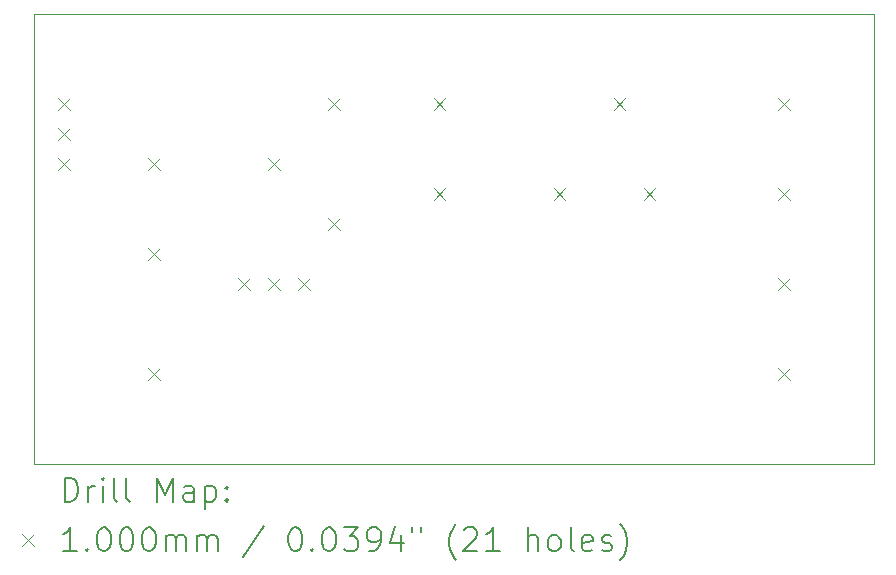
<source format=gbr>
%TF.GenerationSoftware,KiCad,Pcbnew,7.0.10*%
%TF.CreationDate,2025-06-10T16:39:54+09:00*%
%TF.ProjectId,Relay_Switch,52656c61-795f-4537-9769-7463682e6b69,rev?*%
%TF.SameCoordinates,Original*%
%TF.FileFunction,Drillmap*%
%TF.FilePolarity,Positive*%
%FSLAX45Y45*%
G04 Gerber Fmt 4.5, Leading zero omitted, Abs format (unit mm)*
G04 Created by KiCad (PCBNEW 7.0.10) date 2025-06-10 16:39:54*
%MOMM*%
%LPD*%
G01*
G04 APERTURE LIST*
%ADD10C,0.100000*%
%ADD11C,0.200000*%
G04 APERTURE END LIST*
D10*
X11684000Y-9398000D02*
X18796000Y-9398000D01*
X18796000Y-13208000D01*
X11684000Y-13208000D01*
X11684000Y-9398000D01*
D11*
D10*
X11888000Y-10110000D02*
X11988000Y-10210000D01*
X11988000Y-10110000D02*
X11888000Y-10210000D01*
X11888000Y-10364000D02*
X11988000Y-10464000D01*
X11988000Y-10364000D02*
X11888000Y-10464000D01*
X11888000Y-10618000D02*
X11988000Y-10718000D01*
X11988000Y-10618000D02*
X11888000Y-10718000D01*
X12650000Y-10618000D02*
X12750000Y-10718000D01*
X12750000Y-10618000D02*
X12650000Y-10718000D01*
X12650000Y-11380000D02*
X12750000Y-11480000D01*
X12750000Y-11380000D02*
X12650000Y-11480000D01*
X12650000Y-12396000D02*
X12750000Y-12496000D01*
X12750000Y-12396000D02*
X12650000Y-12496000D01*
X13412000Y-11634000D02*
X13512000Y-11734000D01*
X13512000Y-11634000D02*
X13412000Y-11734000D01*
X13666000Y-10618000D02*
X13766000Y-10718000D01*
X13766000Y-10618000D02*
X13666000Y-10718000D01*
X13666000Y-11634000D02*
X13766000Y-11734000D01*
X13766000Y-11634000D02*
X13666000Y-11734000D01*
X13920000Y-11634000D02*
X14020000Y-11734000D01*
X14020000Y-11634000D02*
X13920000Y-11734000D01*
X14174000Y-10110000D02*
X14274000Y-10210000D01*
X14274000Y-10110000D02*
X14174000Y-10210000D01*
X14174000Y-11126000D02*
X14274000Y-11226000D01*
X14274000Y-11126000D02*
X14174000Y-11226000D01*
X15064500Y-10110000D02*
X15164500Y-10210000D01*
X15164500Y-10110000D02*
X15064500Y-10210000D01*
X15064500Y-10872000D02*
X15164500Y-10972000D01*
X15164500Y-10872000D02*
X15064500Y-10972000D01*
X16080500Y-10872000D02*
X16180500Y-10972000D01*
X16180500Y-10872000D02*
X16080500Y-10972000D01*
X16588500Y-10110000D02*
X16688500Y-10210000D01*
X16688500Y-10110000D02*
X16588500Y-10210000D01*
X16842500Y-10872000D02*
X16942500Y-10972000D01*
X16942500Y-10872000D02*
X16842500Y-10972000D01*
X17984000Y-10110000D02*
X18084000Y-10210000D01*
X18084000Y-10110000D02*
X17984000Y-10210000D01*
X17984000Y-10872000D02*
X18084000Y-10972000D01*
X18084000Y-10872000D02*
X17984000Y-10972000D01*
X17984000Y-11634000D02*
X18084000Y-11734000D01*
X18084000Y-11634000D02*
X17984000Y-11734000D01*
X17984000Y-12396000D02*
X18084000Y-12496000D01*
X18084000Y-12396000D02*
X17984000Y-12496000D01*
D11*
X11939777Y-13524484D02*
X11939777Y-13324484D01*
X11939777Y-13324484D02*
X11987396Y-13324484D01*
X11987396Y-13324484D02*
X12015967Y-13334008D01*
X12015967Y-13334008D02*
X12035015Y-13353055D01*
X12035015Y-13353055D02*
X12044539Y-13372103D01*
X12044539Y-13372103D02*
X12054062Y-13410198D01*
X12054062Y-13410198D02*
X12054062Y-13438769D01*
X12054062Y-13438769D02*
X12044539Y-13476865D01*
X12044539Y-13476865D02*
X12035015Y-13495912D01*
X12035015Y-13495912D02*
X12015967Y-13514960D01*
X12015967Y-13514960D02*
X11987396Y-13524484D01*
X11987396Y-13524484D02*
X11939777Y-13524484D01*
X12139777Y-13524484D02*
X12139777Y-13391150D01*
X12139777Y-13429246D02*
X12149301Y-13410198D01*
X12149301Y-13410198D02*
X12158824Y-13400674D01*
X12158824Y-13400674D02*
X12177872Y-13391150D01*
X12177872Y-13391150D02*
X12196920Y-13391150D01*
X12263586Y-13524484D02*
X12263586Y-13391150D01*
X12263586Y-13324484D02*
X12254062Y-13334008D01*
X12254062Y-13334008D02*
X12263586Y-13343531D01*
X12263586Y-13343531D02*
X12273110Y-13334008D01*
X12273110Y-13334008D02*
X12263586Y-13324484D01*
X12263586Y-13324484D02*
X12263586Y-13343531D01*
X12387396Y-13524484D02*
X12368348Y-13514960D01*
X12368348Y-13514960D02*
X12358824Y-13495912D01*
X12358824Y-13495912D02*
X12358824Y-13324484D01*
X12492158Y-13524484D02*
X12473110Y-13514960D01*
X12473110Y-13514960D02*
X12463586Y-13495912D01*
X12463586Y-13495912D02*
X12463586Y-13324484D01*
X12720729Y-13524484D02*
X12720729Y-13324484D01*
X12720729Y-13324484D02*
X12787396Y-13467341D01*
X12787396Y-13467341D02*
X12854062Y-13324484D01*
X12854062Y-13324484D02*
X12854062Y-13524484D01*
X13035015Y-13524484D02*
X13035015Y-13419722D01*
X13035015Y-13419722D02*
X13025491Y-13400674D01*
X13025491Y-13400674D02*
X13006443Y-13391150D01*
X13006443Y-13391150D02*
X12968348Y-13391150D01*
X12968348Y-13391150D02*
X12949301Y-13400674D01*
X13035015Y-13514960D02*
X13015967Y-13524484D01*
X13015967Y-13524484D02*
X12968348Y-13524484D01*
X12968348Y-13524484D02*
X12949301Y-13514960D01*
X12949301Y-13514960D02*
X12939777Y-13495912D01*
X12939777Y-13495912D02*
X12939777Y-13476865D01*
X12939777Y-13476865D02*
X12949301Y-13457817D01*
X12949301Y-13457817D02*
X12968348Y-13448293D01*
X12968348Y-13448293D02*
X13015967Y-13448293D01*
X13015967Y-13448293D02*
X13035015Y-13438769D01*
X13130253Y-13391150D02*
X13130253Y-13591150D01*
X13130253Y-13400674D02*
X13149301Y-13391150D01*
X13149301Y-13391150D02*
X13187396Y-13391150D01*
X13187396Y-13391150D02*
X13206443Y-13400674D01*
X13206443Y-13400674D02*
X13215967Y-13410198D01*
X13215967Y-13410198D02*
X13225491Y-13429246D01*
X13225491Y-13429246D02*
X13225491Y-13486388D01*
X13225491Y-13486388D02*
X13215967Y-13505436D01*
X13215967Y-13505436D02*
X13206443Y-13514960D01*
X13206443Y-13514960D02*
X13187396Y-13524484D01*
X13187396Y-13524484D02*
X13149301Y-13524484D01*
X13149301Y-13524484D02*
X13130253Y-13514960D01*
X13311205Y-13505436D02*
X13320729Y-13514960D01*
X13320729Y-13514960D02*
X13311205Y-13524484D01*
X13311205Y-13524484D02*
X13301682Y-13514960D01*
X13301682Y-13514960D02*
X13311205Y-13505436D01*
X13311205Y-13505436D02*
X13311205Y-13524484D01*
X13311205Y-13400674D02*
X13320729Y-13410198D01*
X13320729Y-13410198D02*
X13311205Y-13419722D01*
X13311205Y-13419722D02*
X13301682Y-13410198D01*
X13301682Y-13410198D02*
X13311205Y-13400674D01*
X13311205Y-13400674D02*
X13311205Y-13419722D01*
D10*
X11579000Y-13803000D02*
X11679000Y-13903000D01*
X11679000Y-13803000D02*
X11579000Y-13903000D01*
D11*
X12044539Y-13944484D02*
X11930253Y-13944484D01*
X11987396Y-13944484D02*
X11987396Y-13744484D01*
X11987396Y-13744484D02*
X11968348Y-13773055D01*
X11968348Y-13773055D02*
X11949301Y-13792103D01*
X11949301Y-13792103D02*
X11930253Y-13801627D01*
X12130253Y-13925436D02*
X12139777Y-13934960D01*
X12139777Y-13934960D02*
X12130253Y-13944484D01*
X12130253Y-13944484D02*
X12120729Y-13934960D01*
X12120729Y-13934960D02*
X12130253Y-13925436D01*
X12130253Y-13925436D02*
X12130253Y-13944484D01*
X12263586Y-13744484D02*
X12282634Y-13744484D01*
X12282634Y-13744484D02*
X12301682Y-13754008D01*
X12301682Y-13754008D02*
X12311205Y-13763531D01*
X12311205Y-13763531D02*
X12320729Y-13782579D01*
X12320729Y-13782579D02*
X12330253Y-13820674D01*
X12330253Y-13820674D02*
X12330253Y-13868293D01*
X12330253Y-13868293D02*
X12320729Y-13906388D01*
X12320729Y-13906388D02*
X12311205Y-13925436D01*
X12311205Y-13925436D02*
X12301682Y-13934960D01*
X12301682Y-13934960D02*
X12282634Y-13944484D01*
X12282634Y-13944484D02*
X12263586Y-13944484D01*
X12263586Y-13944484D02*
X12244539Y-13934960D01*
X12244539Y-13934960D02*
X12235015Y-13925436D01*
X12235015Y-13925436D02*
X12225491Y-13906388D01*
X12225491Y-13906388D02*
X12215967Y-13868293D01*
X12215967Y-13868293D02*
X12215967Y-13820674D01*
X12215967Y-13820674D02*
X12225491Y-13782579D01*
X12225491Y-13782579D02*
X12235015Y-13763531D01*
X12235015Y-13763531D02*
X12244539Y-13754008D01*
X12244539Y-13754008D02*
X12263586Y-13744484D01*
X12454062Y-13744484D02*
X12473110Y-13744484D01*
X12473110Y-13744484D02*
X12492158Y-13754008D01*
X12492158Y-13754008D02*
X12501682Y-13763531D01*
X12501682Y-13763531D02*
X12511205Y-13782579D01*
X12511205Y-13782579D02*
X12520729Y-13820674D01*
X12520729Y-13820674D02*
X12520729Y-13868293D01*
X12520729Y-13868293D02*
X12511205Y-13906388D01*
X12511205Y-13906388D02*
X12501682Y-13925436D01*
X12501682Y-13925436D02*
X12492158Y-13934960D01*
X12492158Y-13934960D02*
X12473110Y-13944484D01*
X12473110Y-13944484D02*
X12454062Y-13944484D01*
X12454062Y-13944484D02*
X12435015Y-13934960D01*
X12435015Y-13934960D02*
X12425491Y-13925436D01*
X12425491Y-13925436D02*
X12415967Y-13906388D01*
X12415967Y-13906388D02*
X12406443Y-13868293D01*
X12406443Y-13868293D02*
X12406443Y-13820674D01*
X12406443Y-13820674D02*
X12415967Y-13782579D01*
X12415967Y-13782579D02*
X12425491Y-13763531D01*
X12425491Y-13763531D02*
X12435015Y-13754008D01*
X12435015Y-13754008D02*
X12454062Y-13744484D01*
X12644539Y-13744484D02*
X12663586Y-13744484D01*
X12663586Y-13744484D02*
X12682634Y-13754008D01*
X12682634Y-13754008D02*
X12692158Y-13763531D01*
X12692158Y-13763531D02*
X12701682Y-13782579D01*
X12701682Y-13782579D02*
X12711205Y-13820674D01*
X12711205Y-13820674D02*
X12711205Y-13868293D01*
X12711205Y-13868293D02*
X12701682Y-13906388D01*
X12701682Y-13906388D02*
X12692158Y-13925436D01*
X12692158Y-13925436D02*
X12682634Y-13934960D01*
X12682634Y-13934960D02*
X12663586Y-13944484D01*
X12663586Y-13944484D02*
X12644539Y-13944484D01*
X12644539Y-13944484D02*
X12625491Y-13934960D01*
X12625491Y-13934960D02*
X12615967Y-13925436D01*
X12615967Y-13925436D02*
X12606443Y-13906388D01*
X12606443Y-13906388D02*
X12596920Y-13868293D01*
X12596920Y-13868293D02*
X12596920Y-13820674D01*
X12596920Y-13820674D02*
X12606443Y-13782579D01*
X12606443Y-13782579D02*
X12615967Y-13763531D01*
X12615967Y-13763531D02*
X12625491Y-13754008D01*
X12625491Y-13754008D02*
X12644539Y-13744484D01*
X12796920Y-13944484D02*
X12796920Y-13811150D01*
X12796920Y-13830198D02*
X12806443Y-13820674D01*
X12806443Y-13820674D02*
X12825491Y-13811150D01*
X12825491Y-13811150D02*
X12854063Y-13811150D01*
X12854063Y-13811150D02*
X12873110Y-13820674D01*
X12873110Y-13820674D02*
X12882634Y-13839722D01*
X12882634Y-13839722D02*
X12882634Y-13944484D01*
X12882634Y-13839722D02*
X12892158Y-13820674D01*
X12892158Y-13820674D02*
X12911205Y-13811150D01*
X12911205Y-13811150D02*
X12939777Y-13811150D01*
X12939777Y-13811150D02*
X12958824Y-13820674D01*
X12958824Y-13820674D02*
X12968348Y-13839722D01*
X12968348Y-13839722D02*
X12968348Y-13944484D01*
X13063586Y-13944484D02*
X13063586Y-13811150D01*
X13063586Y-13830198D02*
X13073110Y-13820674D01*
X13073110Y-13820674D02*
X13092158Y-13811150D01*
X13092158Y-13811150D02*
X13120729Y-13811150D01*
X13120729Y-13811150D02*
X13139777Y-13820674D01*
X13139777Y-13820674D02*
X13149301Y-13839722D01*
X13149301Y-13839722D02*
X13149301Y-13944484D01*
X13149301Y-13839722D02*
X13158824Y-13820674D01*
X13158824Y-13820674D02*
X13177872Y-13811150D01*
X13177872Y-13811150D02*
X13206443Y-13811150D01*
X13206443Y-13811150D02*
X13225491Y-13820674D01*
X13225491Y-13820674D02*
X13235015Y-13839722D01*
X13235015Y-13839722D02*
X13235015Y-13944484D01*
X13625491Y-13734960D02*
X13454063Y-13992103D01*
X13882634Y-13744484D02*
X13901682Y-13744484D01*
X13901682Y-13744484D02*
X13920729Y-13754008D01*
X13920729Y-13754008D02*
X13930253Y-13763531D01*
X13930253Y-13763531D02*
X13939777Y-13782579D01*
X13939777Y-13782579D02*
X13949301Y-13820674D01*
X13949301Y-13820674D02*
X13949301Y-13868293D01*
X13949301Y-13868293D02*
X13939777Y-13906388D01*
X13939777Y-13906388D02*
X13930253Y-13925436D01*
X13930253Y-13925436D02*
X13920729Y-13934960D01*
X13920729Y-13934960D02*
X13901682Y-13944484D01*
X13901682Y-13944484D02*
X13882634Y-13944484D01*
X13882634Y-13944484D02*
X13863586Y-13934960D01*
X13863586Y-13934960D02*
X13854063Y-13925436D01*
X13854063Y-13925436D02*
X13844539Y-13906388D01*
X13844539Y-13906388D02*
X13835015Y-13868293D01*
X13835015Y-13868293D02*
X13835015Y-13820674D01*
X13835015Y-13820674D02*
X13844539Y-13782579D01*
X13844539Y-13782579D02*
X13854063Y-13763531D01*
X13854063Y-13763531D02*
X13863586Y-13754008D01*
X13863586Y-13754008D02*
X13882634Y-13744484D01*
X14035015Y-13925436D02*
X14044539Y-13934960D01*
X14044539Y-13934960D02*
X14035015Y-13944484D01*
X14035015Y-13944484D02*
X14025491Y-13934960D01*
X14025491Y-13934960D02*
X14035015Y-13925436D01*
X14035015Y-13925436D02*
X14035015Y-13944484D01*
X14168348Y-13744484D02*
X14187396Y-13744484D01*
X14187396Y-13744484D02*
X14206444Y-13754008D01*
X14206444Y-13754008D02*
X14215967Y-13763531D01*
X14215967Y-13763531D02*
X14225491Y-13782579D01*
X14225491Y-13782579D02*
X14235015Y-13820674D01*
X14235015Y-13820674D02*
X14235015Y-13868293D01*
X14235015Y-13868293D02*
X14225491Y-13906388D01*
X14225491Y-13906388D02*
X14215967Y-13925436D01*
X14215967Y-13925436D02*
X14206444Y-13934960D01*
X14206444Y-13934960D02*
X14187396Y-13944484D01*
X14187396Y-13944484D02*
X14168348Y-13944484D01*
X14168348Y-13944484D02*
X14149301Y-13934960D01*
X14149301Y-13934960D02*
X14139777Y-13925436D01*
X14139777Y-13925436D02*
X14130253Y-13906388D01*
X14130253Y-13906388D02*
X14120729Y-13868293D01*
X14120729Y-13868293D02*
X14120729Y-13820674D01*
X14120729Y-13820674D02*
X14130253Y-13782579D01*
X14130253Y-13782579D02*
X14139777Y-13763531D01*
X14139777Y-13763531D02*
X14149301Y-13754008D01*
X14149301Y-13754008D02*
X14168348Y-13744484D01*
X14301682Y-13744484D02*
X14425491Y-13744484D01*
X14425491Y-13744484D02*
X14358825Y-13820674D01*
X14358825Y-13820674D02*
X14387396Y-13820674D01*
X14387396Y-13820674D02*
X14406444Y-13830198D01*
X14406444Y-13830198D02*
X14415967Y-13839722D01*
X14415967Y-13839722D02*
X14425491Y-13858769D01*
X14425491Y-13858769D02*
X14425491Y-13906388D01*
X14425491Y-13906388D02*
X14415967Y-13925436D01*
X14415967Y-13925436D02*
X14406444Y-13934960D01*
X14406444Y-13934960D02*
X14387396Y-13944484D01*
X14387396Y-13944484D02*
X14330253Y-13944484D01*
X14330253Y-13944484D02*
X14311206Y-13934960D01*
X14311206Y-13934960D02*
X14301682Y-13925436D01*
X14520729Y-13944484D02*
X14558825Y-13944484D01*
X14558825Y-13944484D02*
X14577872Y-13934960D01*
X14577872Y-13934960D02*
X14587396Y-13925436D01*
X14587396Y-13925436D02*
X14606444Y-13896865D01*
X14606444Y-13896865D02*
X14615967Y-13858769D01*
X14615967Y-13858769D02*
X14615967Y-13782579D01*
X14615967Y-13782579D02*
X14606444Y-13763531D01*
X14606444Y-13763531D02*
X14596920Y-13754008D01*
X14596920Y-13754008D02*
X14577872Y-13744484D01*
X14577872Y-13744484D02*
X14539777Y-13744484D01*
X14539777Y-13744484D02*
X14520729Y-13754008D01*
X14520729Y-13754008D02*
X14511206Y-13763531D01*
X14511206Y-13763531D02*
X14501682Y-13782579D01*
X14501682Y-13782579D02*
X14501682Y-13830198D01*
X14501682Y-13830198D02*
X14511206Y-13849246D01*
X14511206Y-13849246D02*
X14520729Y-13858769D01*
X14520729Y-13858769D02*
X14539777Y-13868293D01*
X14539777Y-13868293D02*
X14577872Y-13868293D01*
X14577872Y-13868293D02*
X14596920Y-13858769D01*
X14596920Y-13858769D02*
X14606444Y-13849246D01*
X14606444Y-13849246D02*
X14615967Y-13830198D01*
X14787396Y-13811150D02*
X14787396Y-13944484D01*
X14739777Y-13734960D02*
X14692158Y-13877817D01*
X14692158Y-13877817D02*
X14815967Y-13877817D01*
X14882634Y-13744484D02*
X14882634Y-13782579D01*
X14958825Y-13744484D02*
X14958825Y-13782579D01*
X15254063Y-14020674D02*
X15244539Y-14011150D01*
X15244539Y-14011150D02*
X15225491Y-13982579D01*
X15225491Y-13982579D02*
X15215968Y-13963531D01*
X15215968Y-13963531D02*
X15206444Y-13934960D01*
X15206444Y-13934960D02*
X15196920Y-13887341D01*
X15196920Y-13887341D02*
X15196920Y-13849246D01*
X15196920Y-13849246D02*
X15206444Y-13801627D01*
X15206444Y-13801627D02*
X15215968Y-13773055D01*
X15215968Y-13773055D02*
X15225491Y-13754008D01*
X15225491Y-13754008D02*
X15244539Y-13725436D01*
X15244539Y-13725436D02*
X15254063Y-13715912D01*
X15320729Y-13763531D02*
X15330253Y-13754008D01*
X15330253Y-13754008D02*
X15349301Y-13744484D01*
X15349301Y-13744484D02*
X15396920Y-13744484D01*
X15396920Y-13744484D02*
X15415968Y-13754008D01*
X15415968Y-13754008D02*
X15425491Y-13763531D01*
X15425491Y-13763531D02*
X15435015Y-13782579D01*
X15435015Y-13782579D02*
X15435015Y-13801627D01*
X15435015Y-13801627D02*
X15425491Y-13830198D01*
X15425491Y-13830198D02*
X15311206Y-13944484D01*
X15311206Y-13944484D02*
X15435015Y-13944484D01*
X15625491Y-13944484D02*
X15511206Y-13944484D01*
X15568348Y-13944484D02*
X15568348Y-13744484D01*
X15568348Y-13744484D02*
X15549301Y-13773055D01*
X15549301Y-13773055D02*
X15530253Y-13792103D01*
X15530253Y-13792103D02*
X15511206Y-13801627D01*
X15863587Y-13944484D02*
X15863587Y-13744484D01*
X15949301Y-13944484D02*
X15949301Y-13839722D01*
X15949301Y-13839722D02*
X15939777Y-13820674D01*
X15939777Y-13820674D02*
X15920730Y-13811150D01*
X15920730Y-13811150D02*
X15892158Y-13811150D01*
X15892158Y-13811150D02*
X15873110Y-13820674D01*
X15873110Y-13820674D02*
X15863587Y-13830198D01*
X16073110Y-13944484D02*
X16054063Y-13934960D01*
X16054063Y-13934960D02*
X16044539Y-13925436D01*
X16044539Y-13925436D02*
X16035015Y-13906388D01*
X16035015Y-13906388D02*
X16035015Y-13849246D01*
X16035015Y-13849246D02*
X16044539Y-13830198D01*
X16044539Y-13830198D02*
X16054063Y-13820674D01*
X16054063Y-13820674D02*
X16073110Y-13811150D01*
X16073110Y-13811150D02*
X16101682Y-13811150D01*
X16101682Y-13811150D02*
X16120730Y-13820674D01*
X16120730Y-13820674D02*
X16130253Y-13830198D01*
X16130253Y-13830198D02*
X16139777Y-13849246D01*
X16139777Y-13849246D02*
X16139777Y-13906388D01*
X16139777Y-13906388D02*
X16130253Y-13925436D01*
X16130253Y-13925436D02*
X16120730Y-13934960D01*
X16120730Y-13934960D02*
X16101682Y-13944484D01*
X16101682Y-13944484D02*
X16073110Y-13944484D01*
X16254063Y-13944484D02*
X16235015Y-13934960D01*
X16235015Y-13934960D02*
X16225491Y-13915912D01*
X16225491Y-13915912D02*
X16225491Y-13744484D01*
X16406444Y-13934960D02*
X16387396Y-13944484D01*
X16387396Y-13944484D02*
X16349301Y-13944484D01*
X16349301Y-13944484D02*
X16330253Y-13934960D01*
X16330253Y-13934960D02*
X16320730Y-13915912D01*
X16320730Y-13915912D02*
X16320730Y-13839722D01*
X16320730Y-13839722D02*
X16330253Y-13820674D01*
X16330253Y-13820674D02*
X16349301Y-13811150D01*
X16349301Y-13811150D02*
X16387396Y-13811150D01*
X16387396Y-13811150D02*
X16406444Y-13820674D01*
X16406444Y-13820674D02*
X16415968Y-13839722D01*
X16415968Y-13839722D02*
X16415968Y-13858769D01*
X16415968Y-13858769D02*
X16320730Y-13877817D01*
X16492158Y-13934960D02*
X16511206Y-13944484D01*
X16511206Y-13944484D02*
X16549301Y-13944484D01*
X16549301Y-13944484D02*
X16568349Y-13934960D01*
X16568349Y-13934960D02*
X16577872Y-13915912D01*
X16577872Y-13915912D02*
X16577872Y-13906388D01*
X16577872Y-13906388D02*
X16568349Y-13887341D01*
X16568349Y-13887341D02*
X16549301Y-13877817D01*
X16549301Y-13877817D02*
X16520730Y-13877817D01*
X16520730Y-13877817D02*
X16501682Y-13868293D01*
X16501682Y-13868293D02*
X16492158Y-13849246D01*
X16492158Y-13849246D02*
X16492158Y-13839722D01*
X16492158Y-13839722D02*
X16501682Y-13820674D01*
X16501682Y-13820674D02*
X16520730Y-13811150D01*
X16520730Y-13811150D02*
X16549301Y-13811150D01*
X16549301Y-13811150D02*
X16568349Y-13820674D01*
X16644539Y-14020674D02*
X16654063Y-14011150D01*
X16654063Y-14011150D02*
X16673111Y-13982579D01*
X16673111Y-13982579D02*
X16682634Y-13963531D01*
X16682634Y-13963531D02*
X16692158Y-13934960D01*
X16692158Y-13934960D02*
X16701682Y-13887341D01*
X16701682Y-13887341D02*
X16701682Y-13849246D01*
X16701682Y-13849246D02*
X16692158Y-13801627D01*
X16692158Y-13801627D02*
X16682634Y-13773055D01*
X16682634Y-13773055D02*
X16673111Y-13754008D01*
X16673111Y-13754008D02*
X16654063Y-13725436D01*
X16654063Y-13725436D02*
X16644539Y-13715912D01*
M02*

</source>
